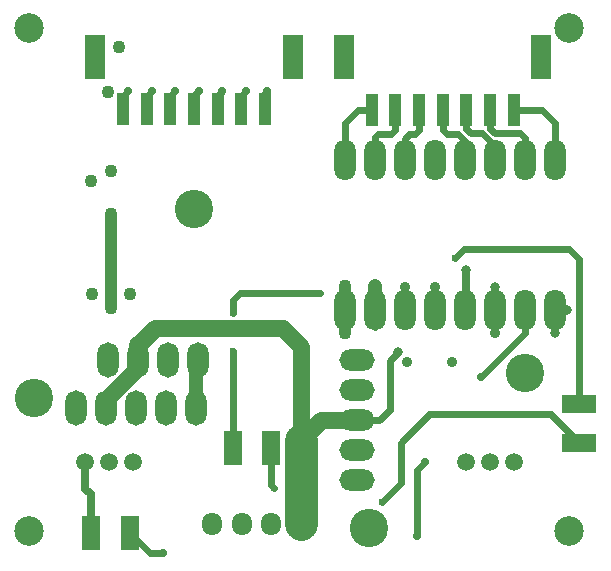
<source format=gbr>
G04 #@! TF.GenerationSoftware,KiCad,Pcbnew,(5.1.8)-1*
G04 #@! TF.CreationDate,2021-03-01T03:03:40-08:00*
G04 #@! TF.ProjectId,UAS,5541532e-6b69-4636-9164-5f7063625858,1*
G04 #@! TF.SameCoordinates,Original*
G04 #@! TF.FileFunction,Copper,L1,Top*
G04 #@! TF.FilePolarity,Positive*
%FSLAX46Y46*%
G04 Gerber Fmt 4.6, Leading zero omitted, Abs format (unit mm)*
G04 Created by KiCad (PCBNEW (5.1.8)-1) date 2021-03-01 03:03:40*
%MOMM*%
%LPD*%
G01*
G04 APERTURE LIST*
G04 #@! TA.AperFunction,ComponentPad*
%ADD10C,3.250000*%
G04 #@! TD*
G04 #@! TA.AperFunction,ComponentPad*
%ADD11O,3.000000X1.800000*%
G04 #@! TD*
G04 #@! TA.AperFunction,ComponentPad*
%ADD12C,1.500000*%
G04 #@! TD*
G04 #@! TA.AperFunction,SMDPad,CuDef*
%ADD13R,3.000000X1.500000*%
G04 #@! TD*
G04 #@! TA.AperFunction,SMDPad,CuDef*
%ADD14R,1.500000X3.000000*%
G04 #@! TD*
G04 #@! TA.AperFunction,SMDPad,CuDef*
%ADD15R,1.000000X2.700000*%
G04 #@! TD*
G04 #@! TA.AperFunction,SMDPad,CuDef*
%ADD16R,1.800000X3.800000*%
G04 #@! TD*
G04 #@! TA.AperFunction,SMDPad,CuDef*
%ADD17O,1.800000X3.500000*%
G04 #@! TD*
G04 #@! TA.AperFunction,ComponentPad*
%ADD18O,1.800000X3.000000*%
G04 #@! TD*
G04 #@! TA.AperFunction,ComponentPad*
%ADD19O,1.700000X1.950000*%
G04 #@! TD*
G04 #@! TA.AperFunction,ViaPad*
%ADD20C,2.500000*%
G04 #@! TD*
G04 #@! TA.AperFunction,ViaPad*
%ADD21C,1.100000*%
G04 #@! TD*
G04 #@! TA.AperFunction,ViaPad*
%ADD22C,0.900000*%
G04 #@! TD*
G04 #@! TA.AperFunction,ViaPad*
%ADD23C,0.800000*%
G04 #@! TD*
G04 #@! TA.AperFunction,ViaPad*
%ADD24C,0.700000*%
G04 #@! TD*
G04 #@! TA.AperFunction,ViaPad*
%ADD25C,0.600000*%
G04 #@! TD*
G04 #@! TA.AperFunction,Conductor*
%ADD26C,0.700000*%
G04 #@! TD*
G04 #@! TA.AperFunction,Conductor*
%ADD27C,0.600000*%
G04 #@! TD*
G04 #@! TA.AperFunction,Conductor*
%ADD28C,1.000000*%
G04 #@! TD*
G04 #@! TA.AperFunction,Conductor*
%ADD29C,1.200000*%
G04 #@! TD*
G04 #@! TA.AperFunction,Conductor*
%ADD30C,0.400000*%
G04 #@! TD*
G04 #@! TA.AperFunction,Conductor*
%ADD31C,1.400000*%
G04 #@! TD*
G04 #@! TA.AperFunction,Conductor*
%ADD32C,1.500000*%
G04 #@! TD*
G04 #@! TA.AperFunction,Conductor*
%ADD33C,2.800000*%
G04 #@! TD*
G04 APERTURE END LIST*
D10*
X148800000Y-118360000D03*
X162000000Y-105160000D03*
D11*
X147780000Y-114290000D03*
X147780000Y-111750000D03*
X147780000Y-109210000D03*
X147780000Y-106670000D03*
X147780000Y-104130000D03*
D12*
X124750000Y-112750000D03*
X126750000Y-112750000D03*
X128750000Y-112750000D03*
X157000000Y-112750000D03*
X159000000Y-112750000D03*
X161000000Y-112750000D03*
D13*
X166550000Y-111100000D03*
D14*
X140500000Y-111550000D03*
D13*
X166550000Y-107850000D03*
D14*
X137250000Y-111550000D03*
D15*
X133950000Y-82850000D03*
X131950000Y-82850000D03*
X135950000Y-82850000D03*
X137950000Y-82850000D03*
X129950000Y-82850000D03*
X127950000Y-82850000D03*
X139950000Y-82850000D03*
D16*
X142300000Y-78400000D03*
X125600000Y-78400000D03*
D17*
X164470000Y-87150000D03*
X161930000Y-87150000D03*
X159390000Y-87150000D03*
X156850000Y-87150000D03*
X154310000Y-87150000D03*
X151770000Y-87150000D03*
X149230000Y-87150000D03*
X146690000Y-87150000D03*
X164470000Y-99850000D03*
X161930000Y-99850000D03*
X159390000Y-99850000D03*
X156850000Y-99850000D03*
X154310000Y-99850000D03*
X151770000Y-99850000D03*
X149230000Y-99850000D03*
X146690000Y-99850000D03*
D18*
X134310000Y-104080000D03*
X131770000Y-104080000D03*
X129230000Y-104080000D03*
X126690000Y-104080000D03*
D14*
X128500000Y-118750000D03*
X125210000Y-118760000D03*
D15*
X155000000Y-82900000D03*
X153000000Y-82900000D03*
X157000000Y-82900000D03*
X159000000Y-82900000D03*
X151000000Y-82900000D03*
X149000000Y-82900000D03*
X161000000Y-82900000D03*
D16*
X163350000Y-78450000D03*
X146650000Y-78450000D03*
D19*
X135500000Y-118000000D03*
X138000000Y-118000000D03*
X140500000Y-118000000D03*
G04 #@! TA.AperFunction,ComponentPad*
G36*
G01*
X143850000Y-117275000D02*
X143850000Y-118725000D01*
G75*
G02*
X143600000Y-118975000I-250000J0D01*
G01*
X142400000Y-118975000D01*
G75*
G02*
X142150000Y-118725000I0J250000D01*
G01*
X142150000Y-117275000D01*
G75*
G02*
X142400000Y-117025000I250000J0D01*
G01*
X143600000Y-117025000D01*
G75*
G02*
X143850000Y-117275000I0J-250000D01*
G01*
G37*
G04 #@! TD.AperFunction*
D10*
X120430000Y-107300000D03*
X133930000Y-91300000D03*
D18*
X134120000Y-108140000D03*
X131580000Y-108140000D03*
X129040000Y-108140000D03*
X126500000Y-108140000D03*
X123960000Y-108140000D03*
D20*
X120000000Y-118550000D03*
X120000000Y-76000000D03*
X165725000Y-76000000D03*
X165720000Y-118540000D03*
D21*
X140500000Y-111500000D03*
D22*
X151765000Y-97891600D03*
X154305000Y-97891600D03*
D23*
X157000000Y-96500000D03*
D22*
X159385000Y-101803200D03*
D23*
X159400000Y-97900000D03*
D24*
X134340600Y-81305400D03*
X132359400Y-81330800D03*
X136347200Y-81330800D03*
X138328400Y-81330800D03*
X130352800Y-81330800D03*
X128346200Y-81330800D03*
X140131800Y-81343500D03*
X158250000Y-105500000D03*
D21*
X125210000Y-118760000D03*
D24*
X131300000Y-120457999D03*
X152800000Y-119000000D03*
D21*
X128500000Y-118750000D03*
D24*
X153500000Y-112750000D03*
D22*
X152000000Y-104250000D03*
D21*
X146700000Y-101800000D03*
X146700000Y-97800000D03*
X125200000Y-88980000D03*
X126900000Y-88100000D03*
X128500000Y-98500000D03*
X125300000Y-98480000D03*
X126669800Y-81381600D03*
D23*
X165500000Y-99850000D03*
D21*
X127550000Y-77600000D03*
D22*
X155750000Y-104250000D03*
D23*
X164500000Y-101800000D03*
D21*
X126920000Y-99730000D03*
X126930000Y-91740000D03*
X149225000Y-97815400D03*
D23*
X151206200Y-103460000D03*
D25*
X137250000Y-103350000D03*
X137250000Y-100150000D03*
X144600000Y-98450000D03*
X156000000Y-95500000D03*
D21*
X166550000Y-107850000D03*
X137250000Y-111550000D03*
D25*
X140750000Y-114950000D03*
X149850000Y-116100000D03*
D21*
X166550000Y-111100000D03*
D26*
X151770000Y-97896600D02*
X151765000Y-97891600D01*
X151770000Y-99850000D02*
X151770000Y-97896600D01*
X154310000Y-97896600D02*
X154305000Y-97891600D01*
X154310000Y-99850000D02*
X154310000Y-97896600D01*
X157000000Y-96500000D02*
X157000000Y-99700000D01*
X159385000Y-101803200D02*
X159385000Y-99855000D01*
X159400000Y-101788200D02*
X159385000Y-101803200D01*
X159400000Y-97900000D02*
X159400000Y-101788200D01*
D27*
X133950000Y-81696000D02*
X134340600Y-81305400D01*
X133950000Y-82850000D02*
X133950000Y-81696000D01*
X131950000Y-81740200D02*
X132359400Y-81330800D01*
X131950000Y-82850000D02*
X131950000Y-81740200D01*
X135950000Y-81728000D02*
X136347200Y-81330800D01*
X135950000Y-82850000D02*
X135950000Y-81728000D01*
X137950000Y-81709200D02*
X138328400Y-81330800D01*
X137950000Y-82850000D02*
X137950000Y-81709200D01*
X129950000Y-81733600D02*
X130352800Y-81330800D01*
X129950000Y-82850000D02*
X129950000Y-81733600D01*
X127950000Y-81727000D02*
X128346200Y-81330800D01*
X127950000Y-82850000D02*
X127950000Y-81727000D01*
X139950000Y-81525300D02*
X140131800Y-81343500D01*
X139950000Y-82850000D02*
X139950000Y-81525300D01*
X161930000Y-101820000D02*
X161930000Y-99850000D01*
X158250000Y-105500000D02*
X161930000Y-101820000D01*
X163367200Y-82900000D02*
X161000000Y-82900000D01*
X164470000Y-84002800D02*
X163367200Y-82900000D01*
X164470000Y-87150000D02*
X164470000Y-84002800D01*
X162430000Y-87150000D02*
X162430000Y-86910000D01*
X162366675Y-87150000D02*
X162430000Y-87150000D01*
X161930000Y-87150000D02*
X161930000Y-85298200D01*
X161930000Y-85298200D02*
X161544000Y-84912200D01*
X161544000Y-84912200D02*
X159397700Y-84912200D01*
X159000000Y-84514500D02*
X159397700Y-84912200D01*
X159000000Y-82900000D02*
X159000000Y-84514500D01*
X159890000Y-86890000D02*
X159890000Y-87150000D01*
X159390000Y-87150000D02*
X159390000Y-86034800D01*
X159390000Y-87150000D02*
X159390000Y-85996700D01*
X159390000Y-85996700D02*
X158305500Y-84912200D01*
X158305500Y-84912200D02*
X157391100Y-84912200D01*
X157000000Y-84521100D02*
X157391100Y-84912200D01*
X157000000Y-82900000D02*
X157000000Y-84521100D01*
X157350000Y-86350000D02*
X157350000Y-87150000D01*
X156850000Y-87150000D02*
X156850000Y-85526800D01*
X156850000Y-85526800D02*
X156286200Y-84963000D01*
X156286200Y-84963000D02*
X155333700Y-84963000D01*
X155000000Y-84629300D02*
X155333700Y-84963000D01*
X155000000Y-82900000D02*
X155000000Y-84629300D01*
X151770000Y-87150000D02*
X151770000Y-85351700D01*
X151770000Y-85351700D02*
X152120600Y-85001100D01*
X152120600Y-85001100D02*
X152628600Y-85001100D01*
X153000000Y-84629700D02*
X152628600Y-85001100D01*
X153000000Y-82900000D02*
X153000000Y-84629700D01*
X149230000Y-87150000D02*
X149230000Y-85250100D01*
X149230000Y-85250100D02*
X149504400Y-84975700D01*
X149504400Y-84975700D02*
X150660100Y-84975700D01*
X151000000Y-84635800D02*
X150660100Y-84975700D01*
X151000000Y-82900000D02*
X151000000Y-84635800D01*
X146690000Y-87150000D02*
X146690000Y-84060000D01*
X147850000Y-82900000D02*
X149000000Y-82900000D01*
X146690000Y-84060000D02*
X147850000Y-82900000D01*
X125250000Y-118720000D02*
X125210000Y-118760000D01*
D26*
X125210000Y-115481800D02*
X124739400Y-115011200D01*
X125210000Y-118760000D02*
X125210000Y-118760000D01*
X125210000Y-118760000D02*
X125210000Y-115481800D01*
D27*
X124739400Y-112760600D02*
X124750000Y-112750000D01*
D26*
X124739400Y-115011200D02*
X124739400Y-112760600D01*
D27*
X131300000Y-120457999D02*
X130207999Y-120457999D01*
X130207999Y-120457999D02*
X128500000Y-118750000D01*
X128500000Y-118750000D02*
X128500000Y-118750000D01*
X152800000Y-113450000D02*
X153500000Y-112750000D01*
X152800000Y-119000000D02*
X152800000Y-113450000D01*
X131770000Y-104870000D02*
X131770000Y-104080000D01*
X129040000Y-108140000D02*
X129040000Y-107600000D01*
D26*
X164470000Y-99850000D02*
X165500000Y-99850000D01*
D28*
X146700000Y-97800000D02*
X146700000Y-99840000D01*
X146700000Y-101800000D02*
X146700000Y-99860000D01*
D26*
X164470000Y-101770000D02*
X164500000Y-101800000D01*
X164470000Y-99850000D02*
X164470000Y-101770000D01*
D27*
X134120000Y-104270000D02*
X134310000Y-104080000D01*
D29*
X134120000Y-108140000D02*
X134120000Y-104270000D01*
D27*
X126920000Y-91750000D02*
X126930000Y-91740000D01*
D28*
X126920000Y-99730000D02*
X126920000Y-91750000D01*
D27*
X149666675Y-99850000D02*
X149730000Y-99850000D01*
X149230000Y-101270000D02*
X149230000Y-99850000D01*
D28*
X149230000Y-97820400D02*
X149225000Y-97815400D01*
D29*
X149225000Y-99845000D02*
X149230000Y-99850000D01*
X149225000Y-97815400D02*
X149225000Y-99845000D01*
D30*
X129230000Y-104710000D02*
X129230000Y-104080000D01*
D31*
X126500000Y-107440000D02*
X129230000Y-104710000D01*
D30*
X126500000Y-108140000D02*
X126500000Y-107440000D01*
D32*
X129230000Y-104080000D02*
X129230000Y-102810000D01*
D31*
X129230000Y-102810000D02*
X130620000Y-101420000D01*
X130620000Y-101420000D02*
X141460000Y-101420000D01*
X141460000Y-101420000D02*
X143000000Y-102960000D01*
X143000000Y-110870000D02*
X144660000Y-109210000D01*
X144660000Y-109210000D02*
X147780000Y-109210000D01*
D27*
X150522999Y-104143201D02*
X151206200Y-103460000D01*
X150522999Y-108303001D02*
X150522999Y-104143201D01*
X149616000Y-109210000D02*
X150522999Y-108303001D01*
X147780000Y-109210000D02*
X149616000Y-109210000D01*
D33*
X143000000Y-118000000D02*
X143000000Y-110870000D01*
D31*
X143000000Y-102960000D02*
X143000000Y-110870000D01*
D27*
X137250000Y-111550000D02*
X137250000Y-111550000D01*
X137250000Y-100150000D02*
X137250000Y-99350000D01*
X137250000Y-99350000D02*
X137250000Y-99000000D01*
X137800000Y-98450000D02*
X144600000Y-98450000D01*
X137250000Y-99000000D02*
X137800000Y-98450000D01*
X166550000Y-95550000D02*
X166550000Y-107850000D01*
X165700000Y-94700000D02*
X166550000Y-95550000D01*
X156800000Y-94700000D02*
X165700000Y-94700000D01*
X156000000Y-95500000D02*
X156800000Y-94700000D01*
X166550000Y-107850000D02*
X166550000Y-107850000D01*
X137250000Y-111550000D02*
X137250000Y-103350000D01*
X153850000Y-108700000D02*
X164150000Y-108700000D01*
X151450000Y-111100000D02*
X153850000Y-108700000D01*
X164150000Y-108700000D02*
X166550000Y-111100000D01*
X151450000Y-114500000D02*
X151450000Y-111100000D01*
X149850000Y-116100000D02*
X151450000Y-114500000D01*
X166550000Y-111100000D02*
X166550000Y-111100000D01*
X140500000Y-114700000D02*
X140750000Y-114950000D01*
X140500000Y-111500000D02*
X140500000Y-114700000D01*
M02*

</source>
